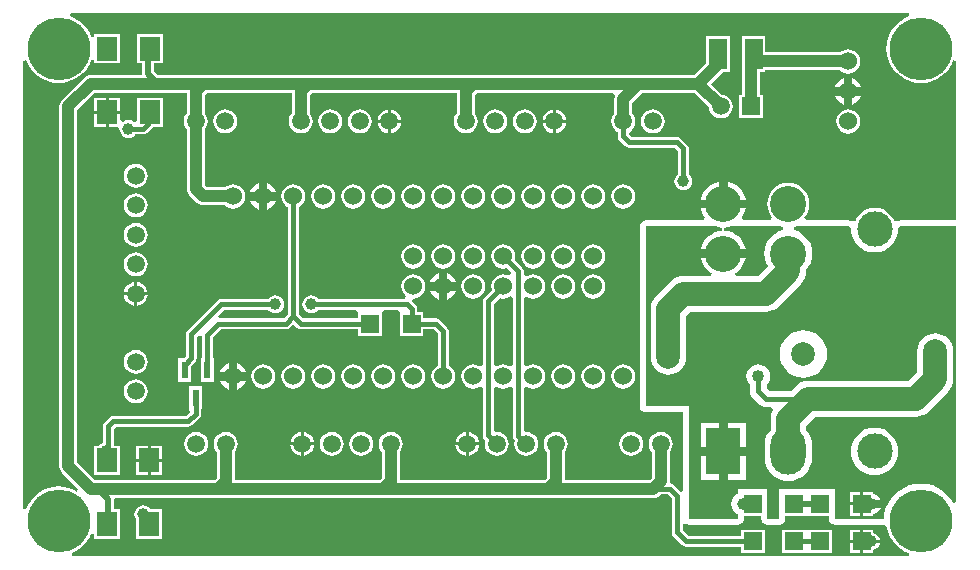
<source format=gtl>
G04 Layer_Physical_Order=1*
G04 Layer_Color=255*
%FSLAX25Y25*%
%MOIN*%
G70*
G01*
G75*
%ADD10R,0.06693X0.07874*%
%ADD11R,0.05906X0.05906*%
%ADD12R,0.02362X0.05709*%
%ADD13R,0.05906X0.10236*%
%ADD14C,0.01575*%
%ADD15C,0.03937*%
%ADD16C,0.07874*%
%ADD17C,0.02000*%
%ADD18C,0.05906*%
%ADD19C,0.12000*%
%ADD20C,0.11811*%
%ADD21C,0.06000*%
%ADD22C,0.20945*%
%ADD23R,0.11811X0.15748*%
%ADD24O,0.11811X0.15748*%
%ADD25O,0.07874X0.09843*%
%ADD26C,0.07874*%
%ADD27C,0.03937*%
%ADD28C,0.04000*%
G36*
X295372Y180118D02*
X293988Y179545D01*
X292448Y178601D01*
X291075Y177429D01*
X289902Y176056D01*
X288959Y174516D01*
X288268Y172847D01*
X287846Y171092D01*
X287705Y169291D01*
X287846Y167491D01*
X288268Y165735D01*
X288959Y164067D01*
X289902Y162527D01*
X291075Y161154D01*
X292448Y159981D01*
X293988Y159038D01*
X295656Y158347D01*
X297412Y157925D01*
X299213Y157783D01*
X301013Y157925D01*
X302769Y158347D01*
X304437Y159038D01*
X305977Y159981D01*
X307350Y161154D01*
X308523Y162527D01*
X309466Y164067D01*
X310039Y165451D01*
X311024Y165255D01*
Y112991D01*
X311024Y112007D01*
X292309D01*
X292260Y111997D01*
X292211Y112005D01*
X291878Y111921D01*
X291541Y111854D01*
X291500Y111827D01*
X291451Y111814D01*
X291248Y111663D01*
X291057Y111642D01*
X290286Y111851D01*
X290157Y111943D01*
X290089Y112004D01*
X289510Y113087D01*
X288647Y114139D01*
X287595Y115002D01*
X286396Y115643D01*
X285094Y116038D01*
X283740Y116171D01*
X282386Y116038D01*
X281085Y115643D01*
X279885Y115002D01*
X278834Y114139D01*
X277971Y113087D01*
X277392Y112004D01*
X277324Y111943D01*
X277195Y111851D01*
X276424Y111642D01*
X276233Y111663D01*
X276029Y111814D01*
X275980Y111827D01*
X275939Y111854D01*
X275602Y111921D01*
X275269Y112005D01*
X275220Y111997D01*
X275171Y112007D01*
X260821D01*
X260355Y112991D01*
X260848Y113592D01*
X261498Y114808D01*
X261899Y116128D01*
X262034Y117500D01*
X261899Y118872D01*
X261498Y120192D01*
X260848Y121408D01*
X259974Y122474D01*
X258908Y123348D01*
X257692Y123998D01*
X256372Y124399D01*
X255000Y124534D01*
X253628Y124399D01*
X252308Y123998D01*
X251092Y123348D01*
X250026Y122474D01*
X249151Y121408D01*
X248501Y120192D01*
X248101Y118872D01*
X247966Y117500D01*
X248101Y116128D01*
X248501Y114808D01*
X249151Y113592D01*
X249645Y112991D01*
X249179Y112007D01*
X239911D01*
X239445Y112991D01*
X239675Y113271D01*
X240378Y114587D01*
X240812Y116015D01*
X240822Y116122D01*
X233347D01*
X225871D01*
X225881Y116015D01*
X226314Y114587D01*
X227018Y113271D01*
X227248Y112991D01*
X226782Y112007D01*
X207500D01*
X206732Y111854D01*
X206081Y111419D01*
X205646Y110768D01*
X205493Y110000D01*
Y50000D01*
X205646Y49232D01*
X206081Y48581D01*
X206732Y48146D01*
X207500Y47993D01*
X219993D01*
X219993Y21964D01*
X219009Y21569D01*
X216789Y23789D01*
X216197Y24184D01*
X215500Y24322D01*
X215494Y25251D01*
Y34909D01*
X215953Y35507D01*
X216351Y36468D01*
X216487Y37500D01*
X216351Y38532D01*
X215953Y39493D01*
X215319Y40319D01*
X214493Y40953D01*
X213532Y41351D01*
X212500Y41487D01*
X211468Y41351D01*
X210507Y40953D01*
X209681Y40319D01*
X209047Y39493D01*
X208649Y38532D01*
X208513Y37500D01*
X208649Y36468D01*
X209047Y35507D01*
X209506Y34909D01*
Y26240D01*
X208760Y25494D01*
X180494D01*
Y34909D01*
X180953Y35507D01*
X181351Y36468D01*
X181487Y37500D01*
X181351Y38532D01*
X180953Y39493D01*
X180319Y40319D01*
X179493Y40953D01*
X178532Y41351D01*
X177500Y41487D01*
X176468Y41351D01*
X175507Y40953D01*
X174681Y40319D01*
X174047Y39493D01*
X173649Y38532D01*
X173513Y37500D01*
X173649Y36468D01*
X174047Y35507D01*
X174506Y34909D01*
Y26240D01*
X173760Y25494D01*
X125494D01*
Y34909D01*
X125953Y35507D01*
X126351Y36468D01*
X126487Y37500D01*
X126351Y38532D01*
X125953Y39493D01*
X125319Y40319D01*
X124493Y40953D01*
X123532Y41351D01*
X122500Y41487D01*
X121468Y41351D01*
X120507Y40953D01*
X119681Y40319D01*
X119047Y39493D01*
X118649Y38532D01*
X118513Y37500D01*
X118649Y36468D01*
X119047Y35507D01*
X119506Y34909D01*
Y26240D01*
X118760Y25494D01*
X70494D01*
Y34909D01*
X70953Y35507D01*
X71351Y36468D01*
X71487Y37500D01*
X71351Y38532D01*
X70953Y39493D01*
X70319Y40319D01*
X69493Y40953D01*
X68532Y41351D01*
X67500Y41487D01*
X66468Y41351D01*
X65507Y40953D01*
X64681Y40319D01*
X64047Y39493D01*
X63649Y38532D01*
X63513Y37500D01*
X63649Y36468D01*
X64047Y35507D01*
X64506Y34909D01*
Y26240D01*
X63760Y25494D01*
X23740D01*
X22926Y26308D01*
X23563Y27063D01*
X24430Y27063D01*
X32173D01*
Y36937D01*
X30149D01*
Y42572D01*
X30755Y43178D01*
X55000D01*
X55000Y43178D01*
X55697Y43316D01*
X56289Y43711D01*
X58789Y46211D01*
X58789Y46211D01*
X59184Y46803D01*
X59322Y47500D01*
Y49020D01*
X59681D01*
Y56728D01*
X55319D01*
Y49020D01*
X55319D01*
X55458Y48035D01*
X54245Y46822D01*
X30000D01*
X30000Y46822D01*
X29303Y46684D01*
X28711Y46289D01*
X27038Y44615D01*
X26643Y44024D01*
X26504Y43327D01*
X26504Y43327D01*
Y37801D01*
X26003Y37593D01*
X25383Y37117D01*
X25245Y36937D01*
X23480D01*
Y28044D01*
X23480Y27146D01*
X22726Y26509D01*
X17994Y31240D01*
Y148760D01*
X23740Y154506D01*
X54506D01*
Y147591D01*
X54047Y146993D01*
X53649Y146032D01*
X53513Y145000D01*
X53649Y143968D01*
X54047Y143007D01*
X54506Y142409D01*
Y122500D01*
X54608Y121725D01*
X54907Y121003D01*
X55383Y120383D01*
X57883Y117883D01*
X58503Y117407D01*
X59225Y117108D01*
X60000Y117006D01*
X67331D01*
X67983Y116506D01*
X68956Y116103D01*
X70000Y115965D01*
X71044Y116103D01*
X72017Y116506D01*
X72853Y117147D01*
X73494Y117983D01*
X73897Y118956D01*
X74035Y120000D01*
X73897Y121044D01*
X73494Y122017D01*
X72853Y122853D01*
X72017Y123494D01*
X71044Y123897D01*
X70000Y124035D01*
X68956Y123897D01*
X67983Y123494D01*
X67331Y122994D01*
X61240D01*
X60494Y123740D01*
Y142409D01*
X60953Y143007D01*
X61351Y143968D01*
X61487Y145000D01*
X61351Y146032D01*
X60953Y146993D01*
X60494Y147591D01*
Y153760D01*
X61240Y154506D01*
X89506D01*
Y147591D01*
X89047Y146993D01*
X88649Y146032D01*
X88513Y145000D01*
X88649Y143968D01*
X89047Y143007D01*
X89681Y142181D01*
X90507Y141547D01*
X91468Y141149D01*
X92500Y141013D01*
X93532Y141149D01*
X94493Y141547D01*
X95319Y142181D01*
X95953Y143007D01*
X96351Y143968D01*
X96487Y145000D01*
X96351Y146032D01*
X95953Y146993D01*
X95494Y147591D01*
Y153760D01*
X96240Y154506D01*
X144506D01*
Y147591D01*
X144047Y146993D01*
X143649Y146032D01*
X143513Y145000D01*
X143649Y143968D01*
X144047Y143007D01*
X144681Y142181D01*
X145507Y141547D01*
X146468Y141149D01*
X147500Y141013D01*
X148532Y141149D01*
X149493Y141547D01*
X150319Y142181D01*
X150953Y143007D01*
X151351Y143968D01*
X151487Y145000D01*
X151351Y146032D01*
X150953Y146993D01*
X150494Y147591D01*
Y153760D01*
X151240Y154506D01*
X196630D01*
X197210Y153522D01*
X197108Y153275D01*
X197006Y152500D01*
Y147591D01*
X196547Y146993D01*
X196149Y146032D01*
X196013Y145000D01*
X196149Y143968D01*
X196547Y143007D01*
X197181Y142181D01*
X198007Y141547D01*
X198178Y141476D01*
Y140000D01*
X198178Y140000D01*
X198316Y139303D01*
X198711Y138711D01*
X200711Y136711D01*
X200711Y136711D01*
X201303Y136316D01*
X202000Y136178D01*
X202000Y136178D01*
X217245D01*
X218178Y135245D01*
Y127343D01*
X217883Y127117D01*
X217407Y126497D01*
X217108Y125775D01*
X217006Y125000D01*
X217108Y124225D01*
X217407Y123503D01*
X217883Y122883D01*
X218503Y122407D01*
X219225Y122108D01*
X220000Y122006D01*
X220775Y122108D01*
X221497Y122407D01*
X222117Y122883D01*
X222593Y123503D01*
X222892Y124225D01*
X222994Y125000D01*
X222892Y125775D01*
X222593Y126497D01*
X222117Y127117D01*
X221822Y127343D01*
Y136000D01*
X221822Y136000D01*
X221684Y136697D01*
X221289Y137289D01*
X221289Y137289D01*
X219289Y139289D01*
X218697Y139684D01*
X218000Y139822D01*
X218000Y139822D01*
X202755D01*
X202010Y140567D01*
X202005Y140851D01*
X202096Y141626D01*
X202819Y142181D01*
X203453Y143007D01*
X203851Y143968D01*
X203987Y145000D01*
X203851Y146032D01*
X203453Y146993D01*
X202994Y147591D01*
Y151260D01*
X206240Y154506D01*
X223760D01*
X228551Y149715D01*
X228649Y148968D01*
X229047Y148007D01*
X229681Y147181D01*
X230507Y146547D01*
X231468Y146149D01*
X232500Y146013D01*
X233532Y146149D01*
X234493Y146547D01*
X235319Y147181D01*
X235953Y148007D01*
X236351Y148968D01*
X236487Y150000D01*
X236351Y151032D01*
X235953Y151993D01*
X235319Y152819D01*
X234493Y153453D01*
X233532Y153851D01*
X232785Y153949D01*
X229234Y157500D01*
X233116Y161382D01*
X235547D01*
Y173618D01*
X227642D01*
Y164376D01*
X223760Y160494D01*
X44890D01*
X43712Y161671D01*
Y164323D01*
X46520D01*
Y174197D01*
X37827D01*
Y164323D01*
X39634D01*
Y160827D01*
X39361Y160494D01*
X22500D01*
X21725Y160392D01*
X21302Y160217D01*
X21003Y160093D01*
X20383Y159617D01*
X12883Y152117D01*
X12407Y151497D01*
X12108Y150775D01*
X12006Y150000D01*
Y30000D01*
X12108Y29225D01*
X12407Y28503D01*
X12883Y27883D01*
X18356Y22410D01*
X17742Y21632D01*
X17036Y22065D01*
X15367Y22756D01*
X13611Y23177D01*
X11811Y23319D01*
X10011Y23177D01*
X8255Y22756D01*
X6587Y22065D01*
X5047Y21121D01*
X3674Y19948D01*
X2501Y18575D01*
X1557Y17036D01*
X984Y15652D01*
X0Y15848D01*
Y165255D01*
X984Y165451D01*
X1557Y164067D01*
X2501Y162527D01*
X3674Y161154D01*
X5047Y159981D01*
X6587Y159038D01*
X8255Y158347D01*
X10011Y157925D01*
X11811Y157783D01*
X13611Y157925D01*
X15367Y158347D01*
X17036Y159038D01*
X18575Y159981D01*
X19948Y161154D01*
X21121Y162527D01*
X22065Y164067D01*
X22669Y165527D01*
X23654Y165331D01*
Y164323D01*
X32346D01*
Y174197D01*
X23654D01*
Y173252D01*
X22669Y173056D01*
X22065Y174516D01*
X21121Y176056D01*
X19948Y177429D01*
X18575Y178601D01*
X17036Y179545D01*
X15652Y180118D01*
X15848Y181102D01*
X295176D01*
X295372Y180118D01*
D02*
G37*
G36*
X311024Y18231D02*
X310039Y17954D01*
X309309Y19146D01*
X308037Y20635D01*
X306548Y21907D01*
X304878Y22930D01*
X303069Y23680D01*
X301165Y24137D01*
X299213Y24290D01*
X297260Y24137D01*
X295356Y23680D01*
X293547Y22930D01*
X291877Y21907D01*
X290388Y20635D01*
X289117Y19146D01*
X288093Y17477D01*
X287344Y15667D01*
X286887Y13763D01*
X286787Y12500D01*
X271483D01*
X270532Y12579D01*
X270532Y13484D01*
Y22421D01*
X251969D01*
Y13484D01*
X251969Y12579D01*
X251017Y12500D01*
X248983D01*
X248031Y12579D01*
X248031Y13484D01*
Y22421D01*
X238189D01*
Y21011D01*
X238015Y20939D01*
X237192Y20308D01*
X236561Y19486D01*
X236164Y18528D01*
X236029Y17500D01*
X236164Y16472D01*
X236561Y15515D01*
X237192Y14692D01*
X238015Y14061D01*
X238189Y13989D01*
X238189Y12579D01*
X237237Y12500D01*
X222000D01*
X222000Y50000D01*
X207500D01*
Y110000D01*
X230620D01*
X231784Y109647D01*
X232980Y109529D01*
Y108540D01*
X231861Y108430D01*
X230434Y107997D01*
X229118Y107293D01*
X227964Y106347D01*
X227018Y105193D01*
X226314Y103877D01*
X225881Y102450D01*
X225871Y102342D01*
X233346D01*
X240822D01*
X240812Y102450D01*
X240378Y103877D01*
X239675Y105193D01*
X238729Y106347D01*
X237575Y107293D01*
X236259Y107997D01*
X234831Y108430D01*
X233713Y108540D01*
Y109529D01*
X234909Y109647D01*
X236073Y110000D01*
X252274D01*
X253109Y109747D01*
Y108718D01*
X251936Y108362D01*
X250552Y107622D01*
X249338Y106626D01*
X248342Y105413D01*
X247602Y104029D01*
X247147Y102527D01*
X246993Y100965D01*
X247147Y99402D01*
X247602Y97900D01*
X248266Y96658D01*
X245042Y93434D01*
X237415D01*
X237168Y94418D01*
X237575Y94636D01*
X238729Y95582D01*
X239675Y96736D01*
X240378Y98052D01*
X240812Y99480D01*
X240822Y99587D01*
X233346D01*
X225871D01*
X225881Y99480D01*
X226314Y98052D01*
X227018Y96736D01*
X227964Y95582D01*
X229118Y94636D01*
X229525Y94418D01*
X229278Y93434D01*
X220000D01*
X218842Y93320D01*
X217729Y92982D01*
X216703Y92434D01*
X215804Y91696D01*
X210804Y86696D01*
X210066Y85797D01*
X209518Y84771D01*
X209180Y83658D01*
X209066Y82500D01*
Y68484D01*
Y66516D01*
X209180Y65358D01*
X209518Y64245D01*
X210066Y63219D01*
X210804Y62320D01*
X211703Y61582D01*
X212729Y61033D01*
X213842Y60696D01*
X215000Y60582D01*
X216158Y60696D01*
X217271Y61033D01*
X218297Y61582D01*
X219196Y62320D01*
X219934Y63219D01*
X220482Y64245D01*
X220820Y65358D01*
X220934Y66516D01*
Y68484D01*
Y80042D01*
X222458Y81566D01*
X247500D01*
X248658Y81680D01*
X249771Y82018D01*
X250797Y82566D01*
X251696Y83304D01*
X259196Y90804D01*
X259934Y91703D01*
X260482Y92729D01*
X260820Y93842D01*
X260934Y95000D01*
Y95634D01*
X261658Y96516D01*
X262398Y97900D01*
X262853Y99402D01*
X263007Y100965D01*
X262853Y102527D01*
X262398Y104029D01*
X261658Y105413D01*
X260662Y106626D01*
X259449Y107622D01*
X258064Y108362D01*
X256891Y108718D01*
Y109641D01*
X257770Y110000D01*
X275171D01*
X275832Y109271D01*
X275828Y109232D01*
X275980Y107689D01*
X276430Y106204D01*
X277162Y104837D01*
X278145Y103638D01*
X279344Y102654D01*
X280712Y101923D01*
X282197Y101472D01*
X283740Y101320D01*
X285284Y101472D01*
X286768Y101923D01*
X288136Y102654D01*
X289335Y103638D01*
X290319Y104837D01*
X291050Y106204D01*
X291500Y107689D01*
X291652Y109232D01*
X291649Y109271D01*
X292309Y110000D01*
X311024D01*
Y18231D01*
D02*
G37*
G36*
X216178Y19245D02*
Y8000D01*
X216178Y8000D01*
X216316Y7303D01*
X216711Y6711D01*
X219711Y3711D01*
X220303Y3316D01*
X221000Y3178D01*
X221000Y3178D01*
X239158D01*
Y1047D01*
X247063D01*
Y8953D01*
X239158D01*
Y6822D01*
X221755D01*
X219822Y8755D01*
Y10494D01*
X220026Y10652D01*
X220807Y10930D01*
X221232Y10646D01*
X222000Y10493D01*
X237237D01*
X237320Y10509D01*
X237403Y10500D01*
X238354Y10578D01*
X238653Y10664D01*
X238957Y10724D01*
X239027Y10771D01*
X239107Y10794D01*
X239350Y10987D01*
X239608Y11159D01*
X239655Y11229D01*
X239720Y11281D01*
X239871Y11553D01*
X240043Y11811D01*
X240060Y11893D01*
X240100Y11966D01*
X240136Y12274D01*
X240196Y12579D01*
X240196Y13547D01*
X245085D01*
X246024Y13484D01*
X246024Y12579D01*
X246085Y12274D01*
X246120Y11966D01*
X246161Y11893D01*
X246177Y11811D01*
X246350Y11553D01*
X246500Y11281D01*
X246566Y11229D01*
X246612Y11159D01*
X246870Y10987D01*
X247113Y10794D01*
X247194Y10771D01*
X247264Y10724D01*
X247568Y10664D01*
X247866Y10578D01*
X248818Y10500D01*
X248901Y10509D01*
X248983Y10493D01*
X251017D01*
X251099Y10509D01*
X251182Y10500D01*
X252134Y10578D01*
X252432Y10664D01*
X252736Y10724D01*
X252806Y10771D01*
X252887Y10794D01*
X253130Y10987D01*
X253388Y11159D01*
X253434Y11229D01*
X253500Y11281D01*
X253650Y11553D01*
X253823Y11811D01*
X253839Y11893D01*
X253880Y11966D01*
X253915Y12274D01*
X253976Y12579D01*
X253976Y13484D01*
X254915Y13547D01*
X260842D01*
Y13547D01*
X261658D01*
Y13547D01*
X267585D01*
X268524Y13484D01*
X268524Y12579D01*
X268585Y12274D01*
X268620Y11966D01*
X268661Y11893D01*
X268677Y11811D01*
X268850Y11553D01*
X269000Y11281D01*
X269066Y11229D01*
X269112Y11159D01*
X269370Y10987D01*
X269613Y10794D01*
X269694Y10771D01*
X269763Y10724D01*
X270068Y10664D01*
X270366Y10578D01*
X271318Y10500D01*
X271401Y10509D01*
X271483Y10493D01*
X286787D01*
X286821Y10499D01*
X287715Y10073D01*
X287910Y9745D01*
X288268Y8255D01*
X288959Y6587D01*
X289902Y5047D01*
X291075Y3674D01*
X292448Y2501D01*
X293988Y1557D01*
X295365Y987D01*
X295169Y3D01*
X16336Y202D01*
X16141Y1187D01*
X17036Y1557D01*
X18575Y2501D01*
X19948Y3674D01*
X21121Y5047D01*
X22065Y6587D01*
X22496Y7628D01*
X23480Y7432D01*
Y5803D01*
X32173D01*
Y15677D01*
X30366D01*
Y19173D01*
X30639Y19506D01*
X210000D01*
X210775Y19608D01*
X211497Y19907D01*
X212117Y20383D01*
X212412Y20678D01*
X214745D01*
X216178Y19245D01*
D02*
G37*
%LPC*%
G36*
X247358Y173618D02*
X239453D01*
Y161382D01*
X239506D01*
Y153953D01*
X238547D01*
Y146047D01*
X246453D01*
Y153953D01*
X245494D01*
Y161382D01*
X247358D01*
Y162006D01*
X272331D01*
X272983Y161506D01*
X273956Y161103D01*
X275000Y160966D01*
X276044Y161103D01*
X277017Y161506D01*
X277853Y162147D01*
X278494Y162983D01*
X278897Y163956D01*
X279034Y165000D01*
X278897Y166044D01*
X278494Y167017D01*
X277853Y167853D01*
X277017Y168494D01*
X276044Y168897D01*
X275000Y169035D01*
X273956Y168897D01*
X272983Y168494D01*
X272331Y167994D01*
X247358D01*
Y173618D01*
D02*
G37*
G36*
X276378Y159381D02*
Y156378D01*
X279381D01*
X278996Y157307D01*
X278263Y158263D01*
X277307Y158996D01*
X276378Y159381D01*
D02*
G37*
G36*
X273622Y159381D02*
X272693Y158996D01*
X271737Y158263D01*
X271004Y157307D01*
X270619Y156378D01*
X273622D01*
Y159381D01*
D02*
G37*
G36*
X279381Y153622D02*
X276378D01*
Y150619D01*
X277307Y151004D01*
X278263Y151737D01*
X278996Y152693D01*
X279381Y153622D01*
D02*
G37*
G36*
X273622D02*
X270619D01*
X271004Y152693D01*
X271737Y151737D01*
X272693Y151004D01*
X273622Y150619D01*
Y153622D01*
D02*
G37*
G36*
X32346Y152937D02*
X28500D01*
Y148500D01*
X32346D01*
Y152937D01*
D02*
G37*
G36*
X27500D02*
X23654D01*
Y148500D01*
X27500D01*
Y152937D01*
D02*
G37*
G36*
X177528Y148921D02*
Y145500D01*
X180949D01*
X180879Y146032D01*
X180480Y146993D01*
X179847Y147819D01*
X179021Y148453D01*
X178059Y148851D01*
X177528Y148921D01*
D02*
G37*
G36*
X176528D02*
X175996Y148851D01*
X175034Y148453D01*
X174208Y147819D01*
X173575Y146993D01*
X173177Y146032D01*
X173107Y145500D01*
X176528D01*
Y148921D01*
D02*
G37*
G36*
X122528D02*
Y145500D01*
X125949D01*
X125879Y146032D01*
X125480Y146993D01*
X124847Y147819D01*
X124021Y148453D01*
X123059Y148851D01*
X122528Y148921D01*
D02*
G37*
G36*
X121528D02*
X120996Y148851D01*
X120034Y148453D01*
X119208Y147819D01*
X118575Y146993D01*
X118176Y146032D01*
X118106Y145500D01*
X121528D01*
Y148921D01*
D02*
G37*
G36*
X46520Y152937D02*
X37827D01*
Y145257D01*
X37729Y145169D01*
X36843Y144828D01*
X36497Y145093D01*
X35775Y145392D01*
X35000Y145494D01*
X34225Y145392D01*
X33503Y145093D01*
X33331Y144961D01*
X32346Y145446D01*
Y147500D01*
X28500D01*
Y143063D01*
X31512D01*
X32006Y142500D01*
X32108Y141725D01*
X32407Y141003D01*
X32883Y140383D01*
X33503Y139907D01*
X34225Y139608D01*
X35000Y139506D01*
X35775Y139608D01*
X36497Y139907D01*
X37117Y140383D01*
X37343Y140678D01*
X40000D01*
X40000Y140678D01*
X40697Y140816D01*
X41289Y141211D01*
X42962Y142885D01*
X43081Y143063D01*
X46520D01*
Y152937D01*
D02*
G37*
G36*
X27500Y147500D02*
X23654D01*
Y143063D01*
X27500D01*
Y147500D01*
D02*
G37*
G36*
X180949Y144500D02*
X177528D01*
Y141079D01*
X178059Y141149D01*
X179021Y141547D01*
X179847Y142181D01*
X180480Y143007D01*
X180879Y143968D01*
X180949Y144500D01*
D02*
G37*
G36*
X176528D02*
X173107D01*
X173177Y143968D01*
X173575Y143007D01*
X174208Y142181D01*
X175034Y141547D01*
X175996Y141149D01*
X176528Y141079D01*
Y144500D01*
D02*
G37*
G36*
X125949D02*
X122528D01*
Y141079D01*
X123059Y141149D01*
X124021Y141547D01*
X124847Y142181D01*
X125480Y143007D01*
X125879Y143968D01*
X125949Y144500D01*
D02*
G37*
G36*
X121528D02*
X118106D01*
X118176Y143968D01*
X118575Y143007D01*
X119208Y142181D01*
X120034Y141547D01*
X120996Y141149D01*
X121528Y141079D01*
Y144500D01*
D02*
G37*
G36*
X209842Y148987D02*
X208811Y148851D01*
X207849Y148453D01*
X207023Y147819D01*
X206390Y146993D01*
X205992Y146032D01*
X205856Y145000D01*
X205992Y143968D01*
X206390Y143007D01*
X207023Y142181D01*
X207849Y141547D01*
X208811Y141149D01*
X209842Y141013D01*
X210874Y141149D01*
X211836Y141547D01*
X212662Y142181D01*
X213295Y143007D01*
X213693Y143968D01*
X213829Y145000D01*
X213693Y146032D01*
X213295Y146993D01*
X212662Y147819D01*
X211836Y148453D01*
X210874Y148851D01*
X209842Y148987D01*
D02*
G37*
G36*
X167185D02*
X166153Y148851D01*
X165192Y148453D01*
X164366Y147819D01*
X163732Y146993D01*
X163334Y146032D01*
X163198Y145000D01*
X163334Y143968D01*
X163732Y143007D01*
X164366Y142181D01*
X165192Y141547D01*
X166153Y141149D01*
X167185Y141013D01*
X168217Y141149D01*
X169178Y141547D01*
X170004Y142181D01*
X170638Y143007D01*
X171036Y143968D01*
X171172Y145000D01*
X171036Y146032D01*
X170638Y146993D01*
X170004Y147819D01*
X169178Y148453D01*
X168217Y148851D01*
X167185Y148987D01*
D02*
G37*
G36*
X157343D02*
X156311Y148851D01*
X155349Y148453D01*
X154523Y147819D01*
X153890Y146993D01*
X153491Y146032D01*
X153356Y145000D01*
X153491Y143968D01*
X153890Y143007D01*
X154523Y142181D01*
X155349Y141547D01*
X156311Y141149D01*
X157343Y141013D01*
X158374Y141149D01*
X159336Y141547D01*
X160162Y142181D01*
X160795Y143007D01*
X161194Y143968D01*
X161329Y145000D01*
X161194Y146032D01*
X160795Y146993D01*
X160162Y147819D01*
X159336Y148453D01*
X158374Y148851D01*
X157343Y148987D01*
D02*
G37*
G36*
X112185D02*
X111153Y148851D01*
X110192Y148453D01*
X109366Y147819D01*
X108732Y146993D01*
X108334Y146032D01*
X108198Y145000D01*
X108334Y143968D01*
X108732Y143007D01*
X109366Y142181D01*
X110192Y141547D01*
X111153Y141149D01*
X112185Y141013D01*
X113217Y141149D01*
X114179Y141547D01*
X115004Y142181D01*
X115638Y143007D01*
X116036Y143968D01*
X116172Y145000D01*
X116036Y146032D01*
X115638Y146993D01*
X115004Y147819D01*
X114179Y148453D01*
X113217Y148851D01*
X112185Y148987D01*
D02*
G37*
G36*
X102342D02*
X101311Y148851D01*
X100349Y148453D01*
X99523Y147819D01*
X98890Y146993D01*
X98492Y146032D01*
X98356Y145000D01*
X98492Y143968D01*
X98890Y143007D01*
X99523Y142181D01*
X100349Y141547D01*
X101311Y141149D01*
X102342Y141013D01*
X103374Y141149D01*
X104336Y141547D01*
X105162Y142181D01*
X105795Y143007D01*
X106193Y143968D01*
X106329Y145000D01*
X106193Y146032D01*
X105795Y146993D01*
X105162Y147819D01*
X104336Y148453D01*
X103374Y148851D01*
X102342Y148987D01*
D02*
G37*
G36*
X67343D02*
X66311Y148851D01*
X65349Y148453D01*
X64523Y147819D01*
X63890Y146993D01*
X63491Y146032D01*
X63356Y145000D01*
X63491Y143968D01*
X63890Y143007D01*
X64523Y142181D01*
X65349Y141547D01*
X66311Y141149D01*
X67343Y141013D01*
X68374Y141149D01*
X69336Y141547D01*
X70162Y142181D01*
X70795Y143007D01*
X71193Y143968D01*
X71329Y145000D01*
X71193Y146032D01*
X70795Y146993D01*
X70162Y147819D01*
X69336Y148453D01*
X68374Y148851D01*
X67343Y148987D01*
D02*
G37*
G36*
X275000Y149035D02*
X273956Y148897D01*
X272983Y148494D01*
X272147Y147853D01*
X271506Y147017D01*
X271103Y146044D01*
X270966Y145000D01*
X271103Y143956D01*
X271506Y142983D01*
X272147Y142147D01*
X272983Y141506D01*
X273956Y141103D01*
X275000Y140965D01*
X276044Y141103D01*
X277017Y141506D01*
X277853Y142147D01*
X278494Y142983D01*
X278897Y143956D01*
X279034Y145000D01*
X278897Y146044D01*
X278494Y147017D01*
X277853Y147853D01*
X277017Y148494D01*
X276044Y148897D01*
X275000Y149035D01*
D02*
G37*
G36*
X37500Y130857D02*
X36468Y130721D01*
X35507Y130323D01*
X34681Y129689D01*
X34047Y128864D01*
X33649Y127902D01*
X33513Y126870D01*
X33649Y125838D01*
X34047Y124877D01*
X34681Y124051D01*
X35507Y123417D01*
X36468Y123019D01*
X37500Y122883D01*
X38532Y123019D01*
X39493Y123417D01*
X40319Y124051D01*
X40953Y124877D01*
X41351Y125838D01*
X41487Y126870D01*
X41351Y127902D01*
X40953Y128864D01*
X40319Y129689D01*
X39493Y130323D01*
X38532Y130721D01*
X37500Y130857D01*
D02*
G37*
G36*
X81378Y124381D02*
Y121378D01*
X84381D01*
X83996Y122307D01*
X83263Y123263D01*
X82307Y123996D01*
X81378Y124381D01*
D02*
G37*
G36*
X78622Y124381D02*
X77693Y123996D01*
X76737Y123263D01*
X76004Y122307D01*
X75619Y121378D01*
X78622D01*
Y124381D01*
D02*
G37*
G36*
X234724Y124976D02*
Y118878D01*
X240822D01*
X240812Y118985D01*
X240378Y120413D01*
X239675Y121729D01*
X238729Y122882D01*
X237575Y123829D01*
X236259Y124532D01*
X234831Y124965D01*
X234724Y124976D01*
D02*
G37*
G36*
X231968Y124976D02*
X231861Y124965D01*
X230434Y124532D01*
X229118Y123829D01*
X227964Y122882D01*
X227018Y121729D01*
X226314Y120413D01*
X225881Y118985D01*
X225871Y118878D01*
X231968D01*
Y124976D01*
D02*
G37*
G36*
X200000Y124035D02*
X198956Y123897D01*
X197983Y123494D01*
X197147Y122853D01*
X196506Y122017D01*
X196103Y121044D01*
X195966Y120000D01*
X196103Y118956D01*
X196506Y117983D01*
X197147Y117147D01*
X197983Y116506D01*
X198956Y116103D01*
X200000Y115965D01*
X201044Y116103D01*
X202017Y116506D01*
X202853Y117147D01*
X203494Y117983D01*
X203897Y118956D01*
X204034Y120000D01*
X203897Y121044D01*
X203494Y122017D01*
X202853Y122853D01*
X202017Y123494D01*
X201044Y123897D01*
X200000Y124035D01*
D02*
G37*
G36*
X190000D02*
X188956Y123897D01*
X187983Y123494D01*
X187147Y122853D01*
X186506Y122017D01*
X186103Y121044D01*
X185966Y120000D01*
X186103Y118956D01*
X186506Y117983D01*
X187147Y117147D01*
X187983Y116506D01*
X188956Y116103D01*
X190000Y115965D01*
X191044Y116103D01*
X192017Y116506D01*
X192853Y117147D01*
X193494Y117983D01*
X193897Y118956D01*
X194035Y120000D01*
X193897Y121044D01*
X193494Y122017D01*
X192853Y122853D01*
X192017Y123494D01*
X191044Y123897D01*
X190000Y124035D01*
D02*
G37*
G36*
X180000D02*
X178956Y123897D01*
X177983Y123494D01*
X177147Y122853D01*
X176506Y122017D01*
X176103Y121044D01*
X175965Y120000D01*
X176103Y118956D01*
X176506Y117983D01*
X177147Y117147D01*
X177983Y116506D01*
X178956Y116103D01*
X180000Y115965D01*
X181044Y116103D01*
X182017Y116506D01*
X182853Y117147D01*
X183494Y117983D01*
X183897Y118956D01*
X184035Y120000D01*
X183897Y121044D01*
X183494Y122017D01*
X182853Y122853D01*
X182017Y123494D01*
X181044Y123897D01*
X180000Y124035D01*
D02*
G37*
G36*
X170000D02*
X168956Y123897D01*
X167983Y123494D01*
X167147Y122853D01*
X166506Y122017D01*
X166103Y121044D01*
X165965Y120000D01*
X166103Y118956D01*
X166506Y117983D01*
X167147Y117147D01*
X167983Y116506D01*
X168956Y116103D01*
X170000Y115965D01*
X171044Y116103D01*
X172017Y116506D01*
X172853Y117147D01*
X173494Y117983D01*
X173897Y118956D01*
X174035Y120000D01*
X173897Y121044D01*
X173494Y122017D01*
X172853Y122853D01*
X172017Y123494D01*
X171044Y123897D01*
X170000Y124035D01*
D02*
G37*
G36*
X160000D02*
X158956Y123897D01*
X157983Y123494D01*
X157147Y122853D01*
X156506Y122017D01*
X156103Y121044D01*
X155965Y120000D01*
X156103Y118956D01*
X156506Y117983D01*
X157147Y117147D01*
X157983Y116506D01*
X158956Y116103D01*
X160000Y115965D01*
X161044Y116103D01*
X162017Y116506D01*
X162853Y117147D01*
X163494Y117983D01*
X163897Y118956D01*
X164034Y120000D01*
X163897Y121044D01*
X163494Y122017D01*
X162853Y122853D01*
X162017Y123494D01*
X161044Y123897D01*
X160000Y124035D01*
D02*
G37*
G36*
X150000D02*
X148956Y123897D01*
X147983Y123494D01*
X147147Y122853D01*
X146506Y122017D01*
X146103Y121044D01*
X145966Y120000D01*
X146103Y118956D01*
X146506Y117983D01*
X147147Y117147D01*
X147983Y116506D01*
X148956Y116103D01*
X150000Y115965D01*
X151044Y116103D01*
X152017Y116506D01*
X152853Y117147D01*
X153494Y117983D01*
X153897Y118956D01*
X154034Y120000D01*
X153897Y121044D01*
X153494Y122017D01*
X152853Y122853D01*
X152017Y123494D01*
X151044Y123897D01*
X150000Y124035D01*
D02*
G37*
G36*
X140000D02*
X138956Y123897D01*
X137983Y123494D01*
X137147Y122853D01*
X136506Y122017D01*
X136103Y121044D01*
X135966Y120000D01*
X136103Y118956D01*
X136506Y117983D01*
X137147Y117147D01*
X137983Y116506D01*
X138956Y116103D01*
X140000Y115965D01*
X141044Y116103D01*
X142017Y116506D01*
X142853Y117147D01*
X143494Y117983D01*
X143897Y118956D01*
X144035Y120000D01*
X143897Y121044D01*
X143494Y122017D01*
X142853Y122853D01*
X142017Y123494D01*
X141044Y123897D01*
X140000Y124035D01*
D02*
G37*
G36*
X130000D02*
X128956Y123897D01*
X127983Y123494D01*
X127147Y122853D01*
X126506Y122017D01*
X126103Y121044D01*
X125965Y120000D01*
X126103Y118956D01*
X126506Y117983D01*
X127147Y117147D01*
X127983Y116506D01*
X128956Y116103D01*
X130000Y115965D01*
X131044Y116103D01*
X132017Y116506D01*
X132853Y117147D01*
X133494Y117983D01*
X133897Y118956D01*
X134035Y120000D01*
X133897Y121044D01*
X133494Y122017D01*
X132853Y122853D01*
X132017Y123494D01*
X131044Y123897D01*
X130000Y124035D01*
D02*
G37*
G36*
X120000D02*
X118956Y123897D01*
X117983Y123494D01*
X117147Y122853D01*
X116506Y122017D01*
X116103Y121044D01*
X115965Y120000D01*
X116103Y118956D01*
X116506Y117983D01*
X117147Y117147D01*
X117983Y116506D01*
X118956Y116103D01*
X120000Y115965D01*
X121044Y116103D01*
X122017Y116506D01*
X122853Y117147D01*
X123494Y117983D01*
X123897Y118956D01*
X124035Y120000D01*
X123897Y121044D01*
X123494Y122017D01*
X122853Y122853D01*
X122017Y123494D01*
X121044Y123897D01*
X120000Y124035D01*
D02*
G37*
G36*
X110000D02*
X108956Y123897D01*
X107983Y123494D01*
X107147Y122853D01*
X106506Y122017D01*
X106103Y121044D01*
X105965Y120000D01*
X106103Y118956D01*
X106506Y117983D01*
X107147Y117147D01*
X107983Y116506D01*
X108956Y116103D01*
X110000Y115965D01*
X111044Y116103D01*
X112017Y116506D01*
X112853Y117147D01*
X113494Y117983D01*
X113897Y118956D01*
X114034Y120000D01*
X113897Y121044D01*
X113494Y122017D01*
X112853Y122853D01*
X112017Y123494D01*
X111044Y123897D01*
X110000Y124035D01*
D02*
G37*
G36*
X100000D02*
X98956Y123897D01*
X97983Y123494D01*
X97147Y122853D01*
X96506Y122017D01*
X96103Y121044D01*
X95965Y120000D01*
X96103Y118956D01*
X96506Y117983D01*
X97147Y117147D01*
X97983Y116506D01*
X98956Y116103D01*
X100000Y115965D01*
X101044Y116103D01*
X102017Y116506D01*
X102853Y117147D01*
X103494Y117983D01*
X103897Y118956D01*
X104034Y120000D01*
X103897Y121044D01*
X103494Y122017D01*
X102853Y122853D01*
X102017Y123494D01*
X101044Y123897D01*
X100000Y124035D01*
D02*
G37*
G36*
X84381Y118622D02*
X81378D01*
Y115619D01*
X82307Y116004D01*
X83263Y116737D01*
X83996Y117693D01*
X84381Y118622D01*
D02*
G37*
G36*
X78622D02*
X75619D01*
X76004Y117693D01*
X76737Y116737D01*
X77693Y116004D01*
X78622Y115619D01*
Y118622D01*
D02*
G37*
G36*
X37500Y121014D02*
X36468Y120879D01*
X35507Y120480D01*
X34681Y119847D01*
X34047Y119021D01*
X33649Y118059D01*
X33513Y117028D01*
X33649Y115996D01*
X34047Y115034D01*
X34681Y114208D01*
X35507Y113575D01*
X36468Y113177D01*
X37500Y113041D01*
X38532Y113177D01*
X39493Y113575D01*
X40319Y114208D01*
X40953Y115034D01*
X41351Y115996D01*
X41487Y117028D01*
X41351Y118059D01*
X40953Y119021D01*
X40319Y119847D01*
X39493Y120480D01*
X38532Y120879D01*
X37500Y121014D01*
D02*
G37*
G36*
Y111172D02*
X36468Y111036D01*
X35507Y110638D01*
X34681Y110004D01*
X34047Y109178D01*
X33649Y108217D01*
X33513Y107185D01*
X33649Y106153D01*
X34047Y105192D01*
X34681Y104366D01*
X35507Y103732D01*
X36468Y103334D01*
X37500Y103198D01*
X38532Y103334D01*
X39493Y103732D01*
X40319Y104366D01*
X40953Y105192D01*
X41351Y106153D01*
X41487Y107185D01*
X41351Y108217D01*
X40953Y109178D01*
X40319Y110004D01*
X39493Y110638D01*
X38532Y111036D01*
X37500Y111172D01*
D02*
G37*
G36*
X190000Y104034D02*
X188956Y103897D01*
X187983Y103494D01*
X187147Y102853D01*
X186506Y102017D01*
X186103Y101044D01*
X185966Y100000D01*
X186103Y98956D01*
X186506Y97983D01*
X187147Y97147D01*
X187983Y96506D01*
X188956Y96103D01*
X190000Y95965D01*
X191044Y96103D01*
X192017Y96506D01*
X192853Y97147D01*
X193494Y97983D01*
X193897Y98956D01*
X194035Y100000D01*
X193897Y101044D01*
X193494Y102017D01*
X192853Y102853D01*
X192017Y103494D01*
X191044Y103897D01*
X190000Y104034D01*
D02*
G37*
G36*
X180000D02*
X178956Y103897D01*
X177983Y103494D01*
X177147Y102853D01*
X176506Y102017D01*
X176103Y101044D01*
X175965Y100000D01*
X176103Y98956D01*
X176506Y97983D01*
X177147Y97147D01*
X177983Y96506D01*
X178956Y96103D01*
X180000Y95965D01*
X181044Y96103D01*
X182017Y96506D01*
X182853Y97147D01*
X183494Y97983D01*
X183897Y98956D01*
X184035Y100000D01*
X183897Y101044D01*
X183494Y102017D01*
X182853Y102853D01*
X182017Y103494D01*
X181044Y103897D01*
X180000Y104034D01*
D02*
G37*
G36*
X170000D02*
X168956Y103897D01*
X167983Y103494D01*
X167147Y102853D01*
X166506Y102017D01*
X166103Y101044D01*
X165965Y100000D01*
X166103Y98956D01*
X166506Y97983D01*
X167147Y97147D01*
X167983Y96506D01*
X168956Y96103D01*
X170000Y95965D01*
X171044Y96103D01*
X172017Y96506D01*
X172853Y97147D01*
X173494Y97983D01*
X173897Y98956D01*
X174035Y100000D01*
X173897Y101044D01*
X173494Y102017D01*
X172853Y102853D01*
X172017Y103494D01*
X171044Y103897D01*
X170000Y104034D01*
D02*
G37*
G36*
X150000D02*
X148956Y103897D01*
X147983Y103494D01*
X147147Y102853D01*
X146506Y102017D01*
X146103Y101044D01*
X145966Y100000D01*
X146103Y98956D01*
X146506Y97983D01*
X147147Y97147D01*
X147983Y96506D01*
X148956Y96103D01*
X150000Y95965D01*
X151044Y96103D01*
X152017Y96506D01*
X152853Y97147D01*
X153494Y97983D01*
X153897Y98956D01*
X154034Y100000D01*
X153897Y101044D01*
X153494Y102017D01*
X152853Y102853D01*
X152017Y103494D01*
X151044Y103897D01*
X150000Y104034D01*
D02*
G37*
G36*
X140000D02*
X138956Y103897D01*
X137983Y103494D01*
X137147Y102853D01*
X136506Y102017D01*
X136103Y101044D01*
X135966Y100000D01*
X136103Y98956D01*
X136506Y97983D01*
X137147Y97147D01*
X137983Y96506D01*
X138956Y96103D01*
X140000Y95965D01*
X141044Y96103D01*
X142017Y96506D01*
X142853Y97147D01*
X143494Y97983D01*
X143897Y98956D01*
X144035Y100000D01*
X143897Y101044D01*
X143494Y102017D01*
X142853Y102853D01*
X142017Y103494D01*
X141044Y103897D01*
X140000Y104034D01*
D02*
G37*
G36*
X130000D02*
X128956Y103897D01*
X127983Y103494D01*
X127147Y102853D01*
X126506Y102017D01*
X126103Y101044D01*
X125965Y100000D01*
X126103Y98956D01*
X126506Y97983D01*
X127147Y97147D01*
X127983Y96506D01*
X128956Y96103D01*
X130000Y95965D01*
X131044Y96103D01*
X132017Y96506D01*
X132853Y97147D01*
X133494Y97983D01*
X133897Y98956D01*
X134035Y100000D01*
X133897Y101044D01*
X133494Y102017D01*
X132853Y102853D01*
X132017Y103494D01*
X131044Y103897D01*
X130000Y104034D01*
D02*
G37*
G36*
X160000D02*
X158956Y103897D01*
X157983Y103494D01*
X157147Y102853D01*
X156506Y102017D01*
X156103Y101044D01*
X155965Y100000D01*
X156103Y98956D01*
X156506Y97983D01*
X157147Y97147D01*
X157983Y96506D01*
X158956Y96103D01*
X160000Y95965D01*
X161044Y96103D01*
X161239Y96184D01*
X162711Y94712D01*
X162643Y94254D01*
X162536Y94125D01*
X161563Y93682D01*
X161044Y93897D01*
X160000Y94034D01*
X158956Y93897D01*
X157983Y93494D01*
X157147Y92853D01*
X156506Y92017D01*
X156103Y91044D01*
X155965Y90000D01*
X156103Y88956D01*
X156184Y88761D01*
X153711Y86289D01*
X153316Y85697D01*
X153178Y85000D01*
X153178Y85000D01*
Y63844D01*
X152193Y63359D01*
X152017Y63494D01*
X151044Y63897D01*
X150000Y64034D01*
X148956Y63897D01*
X147983Y63494D01*
X147147Y62853D01*
X146506Y62017D01*
X146103Y61044D01*
X145966Y60000D01*
X146103Y58956D01*
X146506Y57983D01*
X147147Y57147D01*
X147983Y56506D01*
X148956Y56103D01*
X150000Y55966D01*
X151044Y56103D01*
X152017Y56506D01*
X152193Y56641D01*
X153178Y56156D01*
Y40315D01*
X153178Y40315D01*
X153316Y39617D01*
X153711Y39026D01*
X154035Y38703D01*
X153964Y38532D01*
X153828Y37500D01*
X153964Y36468D01*
X154362Y35507D01*
X154996Y34681D01*
X155822Y34047D01*
X156783Y33649D01*
X157815Y33513D01*
X158847Y33649D01*
X159808Y34047D01*
X160634Y34681D01*
X161268Y35507D01*
X161666Y36468D01*
X161802Y37500D01*
X161666Y38532D01*
X161268Y39493D01*
X160634Y40319D01*
X159808Y40953D01*
X158847Y41351D01*
X157815Y41487D01*
X157562Y41454D01*
X156822Y42103D01*
Y56156D01*
X157807Y56641D01*
X157983Y56506D01*
X158956Y56103D01*
X160000Y55966D01*
X161044Y56103D01*
X162017Y56506D01*
X162193Y56641D01*
X163178Y56156D01*
Y40157D01*
X163178Y40157D01*
X163316Y39460D01*
X163711Y38869D01*
X163877Y38703D01*
X163806Y38532D01*
X163671Y37500D01*
X163806Y36468D01*
X164205Y35507D01*
X164838Y34681D01*
X165664Y34047D01*
X166626Y33649D01*
X167657Y33513D01*
X168689Y33649D01*
X169651Y34047D01*
X170477Y34681D01*
X171110Y35507D01*
X171509Y36468D01*
X171644Y37500D01*
X171509Y38532D01*
X171110Y39493D01*
X170477Y40319D01*
X169651Y40953D01*
X168689Y41351D01*
X167657Y41487D01*
X167562Y41474D01*
X166822Y42123D01*
Y56156D01*
X167807Y56641D01*
X167983Y56506D01*
X168956Y56103D01*
X170000Y55966D01*
X171044Y56103D01*
X172017Y56506D01*
X172853Y57147D01*
X173494Y57983D01*
X173897Y58956D01*
X174035Y60000D01*
X173897Y61044D01*
X173494Y62017D01*
X172853Y62853D01*
X172017Y63494D01*
X171044Y63897D01*
X170000Y64034D01*
X168956Y63897D01*
X167983Y63494D01*
X167807Y63359D01*
X166822Y63844D01*
Y86156D01*
X167807Y86641D01*
X167983Y86506D01*
X168956Y86103D01*
X170000Y85966D01*
X171044Y86103D01*
X172017Y86506D01*
X172853Y87147D01*
X173494Y87983D01*
X173897Y88956D01*
X174035Y90000D01*
X173897Y91044D01*
X173494Y92017D01*
X172853Y92853D01*
X172017Y93494D01*
X171044Y93897D01*
X170000Y94034D01*
X168956Y93897D01*
X167983Y93494D01*
X167807Y93359D01*
X166822Y93844D01*
Y95000D01*
X166822Y95000D01*
X166684Y95697D01*
X166289Y96289D01*
X166289Y96289D01*
X163816Y98761D01*
X163897Y98956D01*
X164034Y100000D01*
X163897Y101044D01*
X163494Y102017D01*
X162853Y102853D01*
X162017Y103494D01*
X161044Y103897D01*
X160000Y104034D01*
D02*
G37*
G36*
X37500Y101329D02*
X36468Y101193D01*
X35507Y100795D01*
X34681Y100162D01*
X34047Y99336D01*
X33649Y98374D01*
X33513Y97342D01*
X33649Y96311D01*
X34047Y95349D01*
X34681Y94523D01*
X35507Y93890D01*
X36468Y93492D01*
X37500Y93356D01*
X38532Y93492D01*
X39493Y93890D01*
X40319Y94523D01*
X40953Y95349D01*
X41351Y96311D01*
X41487Y97342D01*
X41351Y98374D01*
X40953Y99336D01*
X40319Y100162D01*
X39493Y100795D01*
X38532Y101193D01*
X37500Y101329D01*
D02*
G37*
G36*
X141378Y94381D02*
Y91378D01*
X144381D01*
X143996Y92307D01*
X143263Y93263D01*
X142307Y93996D01*
X141378Y94381D01*
D02*
G37*
G36*
X138622Y94381D02*
X137693Y93996D01*
X136737Y93263D01*
X136004Y92307D01*
X135619Y91378D01*
X138622D01*
Y94381D01*
D02*
G37*
G36*
X38000Y91421D02*
Y88000D01*
X41421D01*
X41351Y88532D01*
X40953Y89493D01*
X40319Y90319D01*
X39493Y90953D01*
X38532Y91351D01*
X38000Y91421D01*
D02*
G37*
G36*
X37000D02*
X36468Y91351D01*
X35507Y90953D01*
X34681Y90319D01*
X34047Y89493D01*
X33649Y88532D01*
X33579Y88000D01*
X37000D01*
Y91421D01*
D02*
G37*
G36*
X190000Y94034D02*
X188956Y93897D01*
X187983Y93494D01*
X187147Y92853D01*
X186506Y92017D01*
X186103Y91044D01*
X185966Y90000D01*
X186103Y88956D01*
X186506Y87983D01*
X187147Y87147D01*
X187983Y86506D01*
X188956Y86103D01*
X190000Y85966D01*
X191044Y86103D01*
X192017Y86506D01*
X192853Y87147D01*
X193494Y87983D01*
X193897Y88956D01*
X194035Y90000D01*
X193897Y91044D01*
X193494Y92017D01*
X192853Y92853D01*
X192017Y93494D01*
X191044Y93897D01*
X190000Y94034D01*
D02*
G37*
G36*
X180000D02*
X178956Y93897D01*
X177983Y93494D01*
X177147Y92853D01*
X176506Y92017D01*
X176103Y91044D01*
X175965Y90000D01*
X176103Y88956D01*
X176506Y87983D01*
X177147Y87147D01*
X177983Y86506D01*
X178956Y86103D01*
X180000Y85966D01*
X181044Y86103D01*
X182017Y86506D01*
X182853Y87147D01*
X183494Y87983D01*
X183897Y88956D01*
X184035Y90000D01*
X183897Y91044D01*
X183494Y92017D01*
X182853Y92853D01*
X182017Y93494D01*
X181044Y93897D01*
X180000Y94034D01*
D02*
G37*
G36*
X150000D02*
X148956Y93897D01*
X147983Y93494D01*
X147147Y92853D01*
X146506Y92017D01*
X146103Y91044D01*
X145966Y90000D01*
X146103Y88956D01*
X146506Y87983D01*
X147147Y87147D01*
X147983Y86506D01*
X148956Y86103D01*
X150000Y85966D01*
X151044Y86103D01*
X152017Y86506D01*
X152853Y87147D01*
X153494Y87983D01*
X153897Y88956D01*
X154034Y90000D01*
X153897Y91044D01*
X153494Y92017D01*
X152853Y92853D01*
X152017Y93494D01*
X151044Y93897D01*
X150000Y94034D01*
D02*
G37*
G36*
X144381Y88622D02*
X141378D01*
Y85619D01*
X142307Y86004D01*
X143263Y86737D01*
X143996Y87693D01*
X144381Y88622D01*
D02*
G37*
G36*
X138622D02*
X135619D01*
X136004Y87693D01*
X136737Y86737D01*
X137693Y86004D01*
X138622Y85619D01*
Y88622D01*
D02*
G37*
G36*
X41421Y87000D02*
X38000D01*
Y83579D01*
X38532Y83649D01*
X39493Y84047D01*
X40319Y84681D01*
X40953Y85507D01*
X41351Y86468D01*
X41421Y87000D01*
D02*
G37*
G36*
X37000D02*
X33579D01*
X33649Y86468D01*
X34047Y85507D01*
X34681Y84681D01*
X35507Y84047D01*
X36468Y83649D01*
X37000Y83579D01*
Y87000D01*
D02*
G37*
G36*
X90000Y124035D02*
X88956Y123897D01*
X87983Y123494D01*
X87147Y122853D01*
X86506Y122017D01*
X86103Y121044D01*
X85966Y120000D01*
X86103Y118956D01*
X86506Y117983D01*
X87147Y117147D01*
X87983Y116506D01*
X88178Y116425D01*
Y80755D01*
X86745Y79322D01*
X65292D01*
X64872Y80131D01*
X64852Y80275D01*
X66755Y82178D01*
X81657D01*
X81883Y81883D01*
X82503Y81407D01*
X83225Y81108D01*
X84000Y81006D01*
X84775Y81108D01*
X85497Y81407D01*
X86117Y81883D01*
X86593Y82503D01*
X86892Y83225D01*
X86994Y84000D01*
X86892Y84775D01*
X86593Y85497D01*
X86117Y86117D01*
X85497Y86593D01*
X84775Y86892D01*
X84000Y86994D01*
X83225Y86892D01*
X82503Y86593D01*
X81883Y86117D01*
X81657Y85822D01*
X66000D01*
X66000Y85822D01*
X65303Y85684D01*
X64711Y85289D01*
X64711Y85289D01*
X54711Y75289D01*
X54316Y74697D01*
X54178Y74000D01*
X54178Y74000D01*
Y66755D01*
X53403Y65980D01*
X51579D01*
Y58272D01*
X55941D01*
Y63364D01*
X57289Y64711D01*
X57684Y65303D01*
X57822Y66000D01*
X57822Y66000D01*
Y73210D01*
X58545Y73877D01*
X58609Y73869D01*
X59418Y73448D01*
Y65980D01*
X59059D01*
Y58272D01*
X63421D01*
Y65980D01*
X63063D01*
Y73005D01*
X65735Y75678D01*
X87500D01*
X87500Y75678D01*
X88197Y75816D01*
X88789Y76211D01*
X90000Y77423D01*
X91211Y76211D01*
X91211Y76211D01*
X91803Y75816D01*
X92500Y75678D01*
X111658D01*
Y73547D01*
X119563D01*
Y81193D01*
X119563Y81453D01*
X120189Y82178D01*
X124811D01*
X125437Y81453D01*
Y73547D01*
X133343D01*
Y75678D01*
X136745D01*
X138178Y74245D01*
Y63575D01*
X137983Y63494D01*
X137147Y62853D01*
X136506Y62017D01*
X136103Y61044D01*
X135966Y60000D01*
X136103Y58956D01*
X136506Y57983D01*
X137147Y57147D01*
X137983Y56506D01*
X138956Y56103D01*
X140000Y55966D01*
X141044Y56103D01*
X142017Y56506D01*
X142853Y57147D01*
X143494Y57983D01*
X143897Y58956D01*
X144035Y60000D01*
X143897Y61044D01*
X143494Y62017D01*
X142853Y62853D01*
X142017Y63494D01*
X141822Y63575D01*
Y75000D01*
X141684Y75697D01*
X141289Y76289D01*
X141289Y76289D01*
X138789Y78789D01*
X138197Y79184D01*
X137500Y79322D01*
X137500Y79322D01*
X133343D01*
Y81453D01*
X131212D01*
Y82610D01*
X131073Y83308D01*
X130678Y83899D01*
X130678Y83899D01*
X129545Y85033D01*
X130000Y85966D01*
X131044Y86103D01*
X132017Y86506D01*
X132853Y87147D01*
X133494Y87983D01*
X133897Y88956D01*
X134035Y90000D01*
X133897Y91044D01*
X133494Y92017D01*
X132853Y92853D01*
X132017Y93494D01*
X131044Y93897D01*
X130000Y94034D01*
X128956Y93897D01*
X127983Y93494D01*
X127147Y92853D01*
X126506Y92017D01*
X126103Y91044D01*
X125965Y90000D01*
X126103Y88956D01*
X126506Y87983D01*
X127147Y87147D01*
X127591Y86807D01*
X127257Y85822D01*
X98343D01*
X98117Y86117D01*
X97497Y86593D01*
X96775Y86892D01*
X96000Y86994D01*
X95225Y86892D01*
X94503Y86593D01*
X93883Y86117D01*
X93407Y85497D01*
X93108Y84775D01*
X93006Y84000D01*
X93108Y83225D01*
X93407Y82503D01*
X93883Y81883D01*
X94503Y81407D01*
X95225Y81108D01*
X96000Y81006D01*
X96775Y81108D01*
X97497Y81407D01*
X98117Y81883D01*
X98343Y82178D01*
X111031D01*
X111658Y81453D01*
X111658Y81193D01*
Y79322D01*
X93255D01*
X91822Y80755D01*
Y116425D01*
X92017Y116506D01*
X92853Y117147D01*
X93494Y117983D01*
X93897Y118956D01*
X94034Y120000D01*
X93897Y121044D01*
X93494Y122017D01*
X92853Y122853D01*
X92017Y123494D01*
X91044Y123897D01*
X90000Y124035D01*
D02*
G37*
G36*
X71378Y64381D02*
Y61378D01*
X74381D01*
X73996Y62307D01*
X73263Y63263D01*
X72307Y63996D01*
X71378Y64381D01*
D02*
G37*
G36*
X68622D02*
X67693Y63996D01*
X66737Y63263D01*
X66004Y62307D01*
X65619Y61378D01*
X68622D01*
Y64381D01*
D02*
G37*
G36*
X37500Y68829D02*
X36468Y68694D01*
X35507Y68295D01*
X34681Y67662D01*
X34047Y66836D01*
X33649Y65874D01*
X33513Y64842D01*
X33649Y63811D01*
X34047Y62849D01*
X34681Y62023D01*
X35507Y61390D01*
X36468Y60992D01*
X37500Y60856D01*
X38532Y60992D01*
X39493Y61390D01*
X40319Y62023D01*
X40953Y62849D01*
X41351Y63811D01*
X41487Y64842D01*
X41351Y65874D01*
X40953Y66836D01*
X40319Y67662D01*
X39493Y68295D01*
X38532Y68694D01*
X37500Y68829D01*
D02*
G37*
G36*
X200000Y64034D02*
X198956Y63897D01*
X197983Y63494D01*
X197147Y62853D01*
X196506Y62017D01*
X196103Y61044D01*
X195966Y60000D01*
X196103Y58956D01*
X196506Y57983D01*
X197147Y57147D01*
X197983Y56506D01*
X198956Y56103D01*
X200000Y55966D01*
X201044Y56103D01*
X202017Y56506D01*
X202853Y57147D01*
X203494Y57983D01*
X203897Y58956D01*
X204034Y60000D01*
X203897Y61044D01*
X203494Y62017D01*
X202853Y62853D01*
X202017Y63494D01*
X201044Y63897D01*
X200000Y64034D01*
D02*
G37*
G36*
X190000D02*
X188956Y63897D01*
X187983Y63494D01*
X187147Y62853D01*
X186506Y62017D01*
X186103Y61044D01*
X185966Y60000D01*
X186103Y58956D01*
X186506Y57983D01*
X187147Y57147D01*
X187983Y56506D01*
X188956Y56103D01*
X190000Y55966D01*
X191044Y56103D01*
X192017Y56506D01*
X192853Y57147D01*
X193494Y57983D01*
X193897Y58956D01*
X194035Y60000D01*
X193897Y61044D01*
X193494Y62017D01*
X192853Y62853D01*
X192017Y63494D01*
X191044Y63897D01*
X190000Y64034D01*
D02*
G37*
G36*
X180000D02*
X178956Y63897D01*
X177983Y63494D01*
X177147Y62853D01*
X176506Y62017D01*
X176103Y61044D01*
X175965Y60000D01*
X176103Y58956D01*
X176506Y57983D01*
X177147Y57147D01*
X177983Y56506D01*
X178956Y56103D01*
X180000Y55966D01*
X181044Y56103D01*
X182017Y56506D01*
X182853Y57147D01*
X183494Y57983D01*
X183897Y58956D01*
X184035Y60000D01*
X183897Y61044D01*
X183494Y62017D01*
X182853Y62853D01*
X182017Y63494D01*
X181044Y63897D01*
X180000Y64034D01*
D02*
G37*
G36*
X130000D02*
X128956Y63897D01*
X127983Y63494D01*
X127147Y62853D01*
X126506Y62017D01*
X126103Y61044D01*
X125965Y60000D01*
X126103Y58956D01*
X126506Y57983D01*
X127147Y57147D01*
X127983Y56506D01*
X128956Y56103D01*
X130000Y55966D01*
X131044Y56103D01*
X132017Y56506D01*
X132853Y57147D01*
X133494Y57983D01*
X133897Y58956D01*
X134035Y60000D01*
X133897Y61044D01*
X133494Y62017D01*
X132853Y62853D01*
X132017Y63494D01*
X131044Y63897D01*
X130000Y64034D01*
D02*
G37*
G36*
X120000D02*
X118956Y63897D01*
X117983Y63494D01*
X117147Y62853D01*
X116506Y62017D01*
X116103Y61044D01*
X115965Y60000D01*
X116103Y58956D01*
X116506Y57983D01*
X117147Y57147D01*
X117983Y56506D01*
X118956Y56103D01*
X120000Y55966D01*
X121044Y56103D01*
X122017Y56506D01*
X122853Y57147D01*
X123494Y57983D01*
X123897Y58956D01*
X124035Y60000D01*
X123897Y61044D01*
X123494Y62017D01*
X122853Y62853D01*
X122017Y63494D01*
X121044Y63897D01*
X120000Y64034D01*
D02*
G37*
G36*
X110000D02*
X108956Y63897D01*
X107983Y63494D01*
X107147Y62853D01*
X106506Y62017D01*
X106103Y61044D01*
X105965Y60000D01*
X106103Y58956D01*
X106506Y57983D01*
X107147Y57147D01*
X107983Y56506D01*
X108956Y56103D01*
X110000Y55966D01*
X111044Y56103D01*
X112017Y56506D01*
X112853Y57147D01*
X113494Y57983D01*
X113897Y58956D01*
X114034Y60000D01*
X113897Y61044D01*
X113494Y62017D01*
X112853Y62853D01*
X112017Y63494D01*
X111044Y63897D01*
X110000Y64034D01*
D02*
G37*
G36*
X100000D02*
X98956Y63897D01*
X97983Y63494D01*
X97147Y62853D01*
X96506Y62017D01*
X96103Y61044D01*
X95965Y60000D01*
X96103Y58956D01*
X96506Y57983D01*
X97147Y57147D01*
X97983Y56506D01*
X98956Y56103D01*
X100000Y55966D01*
X101044Y56103D01*
X102017Y56506D01*
X102853Y57147D01*
X103494Y57983D01*
X103897Y58956D01*
X104034Y60000D01*
X103897Y61044D01*
X103494Y62017D01*
X102853Y62853D01*
X102017Y63494D01*
X101044Y63897D01*
X100000Y64034D01*
D02*
G37*
G36*
X90000D02*
X88956Y63897D01*
X87983Y63494D01*
X87147Y62853D01*
X86506Y62017D01*
X86103Y61044D01*
X85966Y60000D01*
X86103Y58956D01*
X86506Y57983D01*
X87147Y57147D01*
X87983Y56506D01*
X88956Y56103D01*
X90000Y55966D01*
X91044Y56103D01*
X92017Y56506D01*
X92853Y57147D01*
X93494Y57983D01*
X93897Y58956D01*
X94034Y60000D01*
X93897Y61044D01*
X93494Y62017D01*
X92853Y62853D01*
X92017Y63494D01*
X91044Y63897D01*
X90000Y64034D01*
D02*
G37*
G36*
X80000D02*
X78956Y63897D01*
X77983Y63494D01*
X77147Y62853D01*
X76506Y62017D01*
X76103Y61044D01*
X75965Y60000D01*
X76103Y58956D01*
X76506Y57983D01*
X77147Y57147D01*
X77983Y56506D01*
X78956Y56103D01*
X80000Y55966D01*
X81044Y56103D01*
X82017Y56506D01*
X82853Y57147D01*
X83494Y57983D01*
X83897Y58956D01*
X84035Y60000D01*
X83897Y61044D01*
X83494Y62017D01*
X82853Y62853D01*
X82017Y63494D01*
X81044Y63897D01*
X80000Y64034D01*
D02*
G37*
G36*
X74381Y58622D02*
X71378D01*
Y55619D01*
X72307Y56004D01*
X73263Y56737D01*
X73996Y57693D01*
X74381Y58622D01*
D02*
G37*
G36*
X68622D02*
X65619D01*
X66004Y57693D01*
X66737Y56737D01*
X67693Y56004D01*
X68622Y55619D01*
Y58622D01*
D02*
G37*
G36*
X37500Y58987D02*
X36468Y58851D01*
X35507Y58453D01*
X34681Y57819D01*
X34047Y56993D01*
X33649Y56032D01*
X33513Y55000D01*
X33649Y53968D01*
X34047Y53007D01*
X34681Y52181D01*
X35507Y51547D01*
X36468Y51149D01*
X37500Y51013D01*
X38532Y51149D01*
X39493Y51547D01*
X40319Y52181D01*
X40953Y53007D01*
X41351Y53968D01*
X41487Y55000D01*
X41351Y56032D01*
X40953Y56993D01*
X40319Y57819D01*
X39493Y58453D01*
X38532Y58851D01*
X37500Y58987D01*
D02*
G37*
G36*
X148472Y41421D02*
Y38000D01*
X151893D01*
X151823Y38532D01*
X151425Y39493D01*
X150792Y40319D01*
X149966Y40953D01*
X149004Y41351D01*
X148472Y41421D01*
D02*
G37*
G36*
X93472D02*
Y38000D01*
X96894D01*
X96824Y38532D01*
X96425Y39493D01*
X95792Y40319D01*
X94966Y40953D01*
X94004Y41351D01*
X93472Y41421D01*
D02*
G37*
G36*
X147473Y41421D02*
X146941Y41351D01*
X145979Y40953D01*
X145153Y40319D01*
X144520Y39493D01*
X144121Y38532D01*
X144051Y38000D01*
X147473D01*
Y41421D01*
D02*
G37*
G36*
X92472D02*
X91941Y41351D01*
X90979Y40953D01*
X90153Y40319D01*
X89520Y39493D01*
X89121Y38532D01*
X89051Y38000D01*
X92472D01*
Y41421D01*
D02*
G37*
G36*
X151893Y37000D02*
X148472D01*
Y33579D01*
X149004Y33649D01*
X149966Y34047D01*
X150792Y34681D01*
X151425Y35507D01*
X151823Y36468D01*
X151893Y37000D01*
D02*
G37*
G36*
X96894D02*
X93472D01*
Y33579D01*
X94004Y33649D01*
X94966Y34047D01*
X95792Y34681D01*
X96425Y35507D01*
X96824Y36468D01*
X96894Y37000D01*
D02*
G37*
G36*
X147473D02*
X144051D01*
X144121Y36468D01*
X144520Y35507D01*
X145153Y34681D01*
X145979Y34047D01*
X146941Y33649D01*
X147473Y33579D01*
Y37000D01*
D02*
G37*
G36*
X92472D02*
X89051D01*
X89121Y36468D01*
X89520Y35507D01*
X90153Y34681D01*
X90979Y34047D01*
X91941Y33649D01*
X92472Y33579D01*
Y37000D01*
D02*
G37*
G36*
X202658Y41487D02*
X201626Y41351D01*
X200664Y40953D01*
X199838Y40319D01*
X199205Y39493D01*
X198807Y38532D01*
X198671Y37500D01*
X198807Y36468D01*
X199205Y35507D01*
X199838Y34681D01*
X200664Y34047D01*
X201626Y33649D01*
X202658Y33513D01*
X203689Y33649D01*
X204651Y34047D01*
X205477Y34681D01*
X206110Y35507D01*
X206508Y36468D01*
X206644Y37500D01*
X206508Y38532D01*
X206110Y39493D01*
X205477Y40319D01*
X204651Y40953D01*
X203689Y41351D01*
X202658Y41487D01*
D02*
G37*
G36*
X112657D02*
X111626Y41351D01*
X110664Y40953D01*
X109838Y40319D01*
X109205Y39493D01*
X108807Y38532D01*
X108671Y37500D01*
X108807Y36468D01*
X109205Y35507D01*
X109838Y34681D01*
X110664Y34047D01*
X111626Y33649D01*
X112657Y33513D01*
X113689Y33649D01*
X114651Y34047D01*
X115477Y34681D01*
X116110Y35507D01*
X116508Y36468D01*
X116644Y37500D01*
X116508Y38532D01*
X116110Y39493D01*
X115477Y40319D01*
X114651Y40953D01*
X113689Y41351D01*
X112657Y41487D01*
D02*
G37*
G36*
X102815D02*
X101783Y41351D01*
X100821Y40953D01*
X99996Y40319D01*
X99362Y39493D01*
X98964Y38532D01*
X98828Y37500D01*
X98964Y36468D01*
X99362Y35507D01*
X99996Y34681D01*
X100821Y34047D01*
X101783Y33649D01*
X102815Y33513D01*
X103847Y33649D01*
X104808Y34047D01*
X105634Y34681D01*
X106268Y35507D01*
X106666Y36468D01*
X106802Y37500D01*
X106666Y38532D01*
X106268Y39493D01*
X105634Y40319D01*
X104808Y40953D01*
X103847Y41351D01*
X102815Y41487D01*
D02*
G37*
G36*
X57657D02*
X56626Y41351D01*
X55664Y40953D01*
X54838Y40319D01*
X54205Y39493D01*
X53807Y38532D01*
X53671Y37500D01*
X53807Y36468D01*
X54205Y35507D01*
X54838Y34681D01*
X55664Y34047D01*
X56626Y33649D01*
X57657Y33513D01*
X58689Y33649D01*
X59651Y34047D01*
X60477Y34681D01*
X61110Y35507D01*
X61509Y36468D01*
X61644Y37500D01*
X61509Y38532D01*
X61110Y39493D01*
X60477Y40319D01*
X59651Y40953D01*
X58689Y41351D01*
X57657Y41487D01*
D02*
G37*
G36*
X46346Y36937D02*
X42500D01*
Y32500D01*
X46346D01*
Y36937D01*
D02*
G37*
G36*
X41500D02*
X37654D01*
Y32500D01*
X41500D01*
Y36937D01*
D02*
G37*
G36*
X46346Y31500D02*
X42500D01*
Y27063D01*
X46346D01*
Y31500D01*
D02*
G37*
G36*
X41500D02*
X37654D01*
Y27063D01*
X41500D01*
Y31500D01*
D02*
G37*
%LPD*%
G36*
X163178Y86156D02*
Y63844D01*
X162193Y63359D01*
X162017Y63494D01*
X161044Y63897D01*
X160000Y64034D01*
X158956Y63897D01*
X157983Y63494D01*
X157807Y63359D01*
X156822Y63844D01*
Y84245D01*
X158761Y86184D01*
X158956Y86103D01*
X160000Y85966D01*
X161044Y86103D01*
X162017Y86506D01*
X162193Y86641D01*
X163178Y86156D01*
D02*
G37*
%LPC*%
G36*
X260000Y75412D02*
X258456Y75260D01*
X256972Y74810D01*
X255604Y74079D01*
X254405Y73095D01*
X253421Y71896D01*
X252690Y70528D01*
X252240Y69044D01*
X252088Y67500D01*
X252240Y65956D01*
X252690Y64472D01*
X253421Y63104D01*
X254405Y61905D01*
X255604Y60921D01*
X256972Y60190D01*
X258456Y59740D01*
X260000Y59588D01*
X261544Y59740D01*
X263028Y60190D01*
X264396Y60921D01*
X265595Y61905D01*
X266579Y63104D01*
X267310Y64472D01*
X267760Y65956D01*
X267912Y67500D01*
X267760Y69044D01*
X267310Y70528D01*
X266579Y71896D01*
X265595Y73095D01*
X264396Y74079D01*
X263028Y74810D01*
X261544Y75260D01*
X260000Y75412D01*
D02*
G37*
G36*
X303976Y74418D02*
X302819Y74304D01*
X301706Y73967D01*
X300680Y73418D01*
X299780Y72680D01*
X299042Y71781D01*
X298494Y70755D01*
X298156Y69642D01*
X298042Y68484D01*
Y61434D01*
X295042Y58434D01*
X261654D01*
X261653Y58434D01*
X260496Y58320D01*
X259383Y57982D01*
X258357Y57434D01*
X257457Y56696D01*
X256041Y55280D01*
X248651D01*
X247780Y56151D01*
Y57131D01*
X247830Y57170D01*
X248466Y57999D01*
X248866Y58964D01*
X249003Y60000D01*
X248866Y61036D01*
X248466Y62001D01*
X247830Y62830D01*
X247001Y63467D01*
X246036Y63866D01*
X245000Y64003D01*
X243964Y63866D01*
X242999Y63467D01*
X242170Y62830D01*
X241533Y62001D01*
X241134Y61036D01*
X240997Y60000D01*
X241134Y58964D01*
X241533Y57999D01*
X242170Y57170D01*
X242220Y57131D01*
Y55000D01*
X242315Y54281D01*
X242593Y53610D01*
X243035Y53035D01*
X245534Y50534D01*
X246110Y50093D01*
X246781Y49815D01*
X247500Y49720D01*
X249336D01*
X249848Y48736D01*
X249518Y48117D01*
X249180Y47004D01*
X249066Y45847D01*
Y42150D01*
X248421Y41364D01*
X247690Y39996D01*
X247240Y38512D01*
X247088Y36968D01*
Y33031D01*
X247240Y31488D01*
X247690Y30004D01*
X248421Y28636D01*
X249405Y27437D01*
X250604Y26453D01*
X251972Y25722D01*
X253456Y25271D01*
X255000Y25119D01*
X256544Y25271D01*
X258028Y25722D01*
X259396Y26453D01*
X260595Y27437D01*
X261579Y28636D01*
X262310Y30004D01*
X262760Y31488D01*
X262912Y33031D01*
Y36968D01*
X262760Y38512D01*
X262310Y39996D01*
X261579Y41364D01*
X260934Y42150D01*
Y43389D01*
X264111Y46566D01*
X297500D01*
X298658Y46680D01*
X299771Y47018D01*
X300797Y47566D01*
X301696Y48304D01*
X308172Y54780D01*
X308910Y55680D01*
X309459Y56705D01*
X309796Y57819D01*
X309910Y58976D01*
Y67500D01*
Y68484D01*
X309796Y69642D01*
X309459Y70755D01*
X308910Y71781D01*
X308172Y72680D01*
X307273Y73418D01*
X306247Y73967D01*
X305134Y74304D01*
X303976Y74418D01*
D02*
G37*
G36*
X240827Y44449D02*
X234724D01*
Y36378D01*
X240827D01*
Y44449D01*
D02*
G37*
G36*
X231968D02*
X225866D01*
Y36378D01*
X231968D01*
Y44449D01*
D02*
G37*
G36*
X283740Y42912D02*
X282197Y42760D01*
X280712Y42310D01*
X279344Y41579D01*
X278145Y40595D01*
X277162Y39396D01*
X276430Y38028D01*
X275980Y36544D01*
X275828Y35000D01*
X275980Y33456D01*
X276430Y31972D01*
X277162Y30604D01*
X278145Y29405D01*
X279344Y28421D01*
X280712Y27690D01*
X282197Y27240D01*
X283740Y27088D01*
X285284Y27240D01*
X286768Y27690D01*
X288136Y28421D01*
X289335Y29405D01*
X290319Y30604D01*
X291050Y31972D01*
X291500Y33456D01*
X291652Y35000D01*
X291500Y36544D01*
X291050Y38028D01*
X290319Y39396D01*
X289335Y40595D01*
X288136Y41579D01*
X286768Y42310D01*
X285284Y42760D01*
X283740Y42912D01*
D02*
G37*
G36*
X240827Y33622D02*
X234724D01*
Y25551D01*
X240827D01*
Y33622D01*
D02*
G37*
G36*
X231968D02*
X225866D01*
Y25551D01*
X231968D01*
Y33622D01*
D02*
G37*
G36*
X278890Y21453D02*
X275437D01*
Y18000D01*
X278890D01*
Y21453D01*
D02*
G37*
G36*
X283343D02*
X279890D01*
Y17500D01*
Y13547D01*
X283343D01*
Y14037D01*
X283425Y14048D01*
X284287Y14405D01*
X285027Y14973D01*
X285595Y15713D01*
X285765Y16122D01*
X282500D01*
Y18878D01*
X285765D01*
X285595Y19287D01*
X285027Y20027D01*
X284287Y20595D01*
X283425Y20952D01*
X283343Y20963D01*
Y21453D01*
D02*
G37*
G36*
X278890Y17000D02*
X275437D01*
Y13547D01*
X278890D01*
Y17000D01*
D02*
G37*
G36*
X40000Y16994D02*
X39225Y16892D01*
X38503Y16593D01*
X37883Y16117D01*
X37407Y15497D01*
X37108Y14775D01*
X37006Y14000D01*
X37108Y13225D01*
X37407Y12503D01*
X37654Y12182D01*
Y5803D01*
X46346D01*
Y15677D01*
X42455D01*
X42117Y16117D01*
X41497Y16593D01*
X40775Y16892D01*
X40000Y16994D01*
D02*
G37*
G36*
X278890Y8953D02*
X275437D01*
Y5500D01*
X278890D01*
Y8953D01*
D02*
G37*
G36*
X283343D02*
X279890D01*
Y5000D01*
Y1047D01*
X283343D01*
Y2136D01*
X283997Y2407D01*
X284617Y2883D01*
X285093Y3503D01*
X285392Y4225D01*
X285428Y4500D01*
X282500D01*
Y5500D01*
X285428D01*
X285392Y5775D01*
X285093Y6497D01*
X284617Y7117D01*
X283997Y7593D01*
X283343Y7864D01*
Y8953D01*
D02*
G37*
G36*
X278890Y4500D02*
X275437D01*
Y1047D01*
X278890D01*
Y4500D01*
D02*
G37*
G36*
X260842Y8953D02*
Y8953D01*
X260702Y8953D01*
X252937D01*
Y1047D01*
X260842D01*
Y1047D01*
X261658D01*
Y1047D01*
X269563D01*
Y8953D01*
X261798D01*
X261658Y8953D01*
Y8953D01*
X260842D01*
D02*
G37*
%LPD*%
D10*
X42000Y10740D02*
D03*
X27827D02*
D03*
Y32000D02*
D03*
X42000D02*
D03*
X28000Y169260D02*
D03*
X42173D02*
D03*
Y148000D02*
D03*
X28000D02*
D03*
D11*
X115610Y77500D02*
D03*
X129390D02*
D03*
X279390Y17500D02*
D03*
X265610D02*
D03*
X279390Y5000D02*
D03*
X265610D02*
D03*
X243110Y17500D02*
D03*
X256890D02*
D03*
X243110Y5000D02*
D03*
X256890D02*
D03*
X242500Y150000D02*
D03*
D12*
X57500Y52874D02*
D03*
X53760Y62126D02*
D03*
X61240D02*
D03*
D13*
X243406Y167500D02*
D03*
X231594D02*
D03*
D14*
X66000Y84000D02*
X84000D01*
X56000Y74000D02*
X66000Y84000D01*
X56000Y66000D02*
Y74000D01*
X64980Y77500D02*
X87500D01*
X61240Y73760D02*
X64980Y77500D01*
X61240Y62126D02*
Y73760D01*
X53760Y63760D02*
X56000Y66000D01*
X96000Y84000D02*
X128000D01*
X129390Y77500D02*
Y82610D01*
X128000Y84000D02*
X129390Y82610D01*
X53760Y62126D02*
Y63760D01*
X57500Y47500D02*
Y50374D01*
X55000Y45000D02*
X57500Y47500D01*
X30000Y45000D02*
X55000D01*
X247500Y52500D02*
X261653D01*
X245000Y55000D02*
X247500Y52500D01*
X245000Y55000D02*
Y60000D01*
X255000Y29390D02*
Y35000D01*
X87500Y77500D02*
X90000Y80000D01*
X92500Y77500D01*
X115610D01*
X90000Y80000D02*
Y120000D01*
X41673Y144173D02*
Y147500D01*
X40000Y142500D02*
X41673Y144173D01*
X35000Y142500D02*
X40000D01*
X28327Y32500D02*
Y43327D01*
X30000Y45000D01*
X220000Y125000D02*
Y136000D01*
X218000Y138000D02*
X220000Y136000D01*
X202000Y138000D02*
X218000D01*
X200000Y140000D02*
X202000Y138000D01*
X200000Y140000D02*
Y145000D01*
X256890Y5000D02*
X265610D01*
X221000D02*
X243110D01*
X218000Y8000D02*
X221000Y5000D01*
X218000Y8000D02*
Y20000D01*
X215500Y22500D02*
X218000Y20000D01*
X210000Y22500D02*
X215500D01*
X155000Y40315D02*
X157815Y37500D01*
X155000Y40315D02*
Y85000D01*
X160000Y90000D01*
Y100000D02*
X165000Y95000D01*
Y40157D02*
Y95000D01*
Y40157D02*
X167657Y37500D01*
X129390Y77500D02*
X137500D01*
X140000Y75000D01*
Y60000D02*
Y75000D01*
D15*
X225000Y157500D02*
X232500Y150000D01*
X225000Y157500D02*
X232500Y165000D01*
X205000Y157500D02*
X225000D01*
X200000Y152500D02*
X205000Y157500D01*
X242500Y165000D02*
X275000D01*
X242500Y166595D02*
X243406Y167500D01*
X242500Y150000D02*
Y166595D01*
X200000Y145000D02*
Y152500D01*
X60000Y120000D02*
X70000D01*
X57500Y122500D02*
X60000Y120000D01*
X57500Y122500D02*
Y145000D01*
X175000Y22500D02*
X210000D01*
X120000D02*
X175000D01*
X65000D02*
X120000D01*
X45000Y157500D02*
X60000D01*
X22500D02*
X45000D01*
X25000Y22500D02*
X65000D01*
X22500D02*
X25000D01*
X67500Y25000D02*
Y37500D01*
X65000Y22500D02*
X67500Y25000D01*
X212500D02*
Y37500D01*
X210000Y22500D02*
X212500Y25000D01*
X177500D02*
Y37500D01*
X175000Y22500D02*
X177500Y25000D01*
X122500D02*
Y37500D01*
X120000Y22500D02*
X122500Y25000D01*
X15000Y30000D02*
X22500Y22500D01*
X15000Y30000D02*
Y150000D01*
X95000Y157500D02*
X150000D01*
X60000D02*
X95000D01*
X15000Y150000D02*
X22500Y157500D01*
X92500Y155000D02*
X95000Y157500D01*
X92500Y145000D02*
Y155000D01*
X57500D02*
X60000Y157500D01*
X57500Y145000D02*
Y155000D01*
X150000Y157500D02*
X205000D01*
X147500Y155000D02*
X150000Y157500D01*
X147500Y145000D02*
Y155000D01*
D16*
X255000Y95000D02*
Y100965D01*
X247500Y87500D02*
X255000Y95000D01*
Y35000D02*
Y45847D01*
X261653Y52500D01*
X220000Y87500D02*
X247500D01*
X215000Y82500D02*
X220000Y87500D01*
X215000Y67500D02*
Y82500D01*
X261653Y52500D02*
X297500D01*
X303976Y58976D02*
Y67500D01*
X297500Y52500D02*
X303976Y58976D01*
D17*
X41673Y160827D02*
X45000Y157500D01*
X41673Y160827D02*
Y168760D01*
X25000Y22500D02*
X28327Y19173D01*
Y11240D02*
Y19173D01*
X256890Y17500D02*
X265610D01*
D18*
X232500Y150000D02*
D03*
X57500Y145000D02*
D03*
X67343D02*
D03*
X67500Y37500D02*
D03*
X57657D02*
D03*
X200000Y145000D02*
D03*
X209842D02*
D03*
X212500Y37500D02*
D03*
X202658D02*
D03*
X157343Y145000D02*
D03*
X147500D02*
D03*
X167185D02*
D03*
X177028D02*
D03*
X102342D02*
D03*
X92500D02*
D03*
X112185D02*
D03*
X122028D02*
D03*
X167657Y37500D02*
D03*
X177500D02*
D03*
X157815D02*
D03*
X147972D02*
D03*
X112657D02*
D03*
X122500D02*
D03*
X102815D02*
D03*
X92972D02*
D03*
X37500Y55000D02*
D03*
Y64842D02*
D03*
Y97342D02*
D03*
Y87500D02*
D03*
Y107185D02*
D03*
Y117028D02*
D03*
Y126870D02*
D03*
D19*
X233347Y117500D02*
D03*
X255000Y100965D02*
D03*
Y117500D02*
D03*
X233347Y100965D02*
D03*
D20*
X283740Y109232D02*
D03*
Y35000D02*
D03*
D21*
X80000Y60000D02*
D03*
X90000D02*
D03*
X100000D02*
D03*
X110000D02*
D03*
X120000D02*
D03*
X130000D02*
D03*
X140000D02*
D03*
X150000D02*
D03*
X160000D02*
D03*
X170000D02*
D03*
X180000D02*
D03*
X190000D02*
D03*
X200000D02*
D03*
Y120000D02*
D03*
X190000D02*
D03*
X180000D02*
D03*
X170000D02*
D03*
X160000D02*
D03*
X150000D02*
D03*
X140000D02*
D03*
X130000D02*
D03*
X120000D02*
D03*
X110000D02*
D03*
X100000D02*
D03*
X150000Y90000D02*
D03*
X160000D02*
D03*
X170000D02*
D03*
X180000D02*
D03*
X190000D02*
D03*
Y100000D02*
D03*
X180000D02*
D03*
X170000D02*
D03*
X160000D02*
D03*
X150000D02*
D03*
X130000Y90000D02*
D03*
Y100000D02*
D03*
X140000D02*
D03*
Y90000D02*
D03*
X90000Y120000D02*
D03*
X80000D02*
D03*
X70000D02*
D03*
Y60000D02*
D03*
X275000Y165000D02*
D03*
Y155000D02*
D03*
Y145000D02*
D03*
D22*
X299213Y11811D02*
D03*
Y169291D02*
D03*
X11811D02*
D03*
Y11811D02*
D03*
D23*
X233347Y35000D02*
D03*
D24*
X255000D02*
D03*
D25*
X303976Y67500D02*
D03*
X215000D02*
D03*
D26*
X260000D02*
D03*
D27*
X35000Y142500D02*
D03*
X40000Y14000D02*
D03*
X84000Y84000D02*
D03*
X96000D02*
D03*
X240000Y17500D02*
D03*
X282500Y5000D02*
D03*
Y17500D02*
D03*
X15000Y55000D02*
D03*
X27500Y35000D02*
D03*
X220000Y125000D02*
D03*
D28*
X245000Y60000D02*
D03*
M02*

</source>
